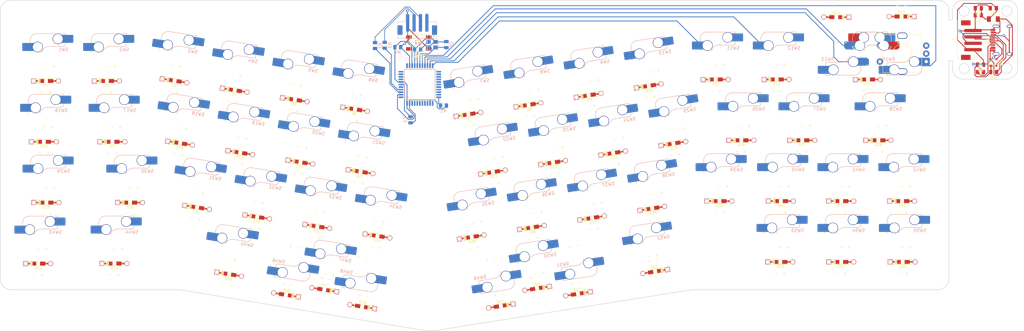
<source format=kicad_pcb>
(kicad_pcb (version 20221018) (generator pcbnew)
  (layers (0 "F.Cu" signal) (31 "B.Cu" signal) (34 "B.Paste" user) (35 "F.Paste" user) (36 "B.SilkS" user "B.Silkscreen") (37 "F.SilkS" user "F.Silkscreen") (38 "B.Mask" user) (39 "F.Mask" user) (44 "Edge.Cuts" user))
  (net 0 "")
  (net 1 "Net-(U1-UCAP)")
  (net 2 "GND")
  (net 3 "5V")
  (net 4 "XTAL1")
  (net 5 "Net-(U1-XTAL2)")
  (net 6 "Net-(D1-A)")
  (net 7 "COL 14")
  (net 8 "Net-(D2-A)")
  (net 9 "Net-(D3-A)")
  (net 10 "Net-(D4-A)")
  (net 11 "Net-(D5-A)")
  (net 12 "Net-(D6-A)")
  (net 13 "Net-(D7-A)")
  (net 14 "Net-(D8-A)")
  (net 15 "Net-(D9-A)")
  (net 16 "Net-(D10-A)")
  (net 17 "Net-(D11-A)")
  (net 18 "Net-(D12-A)")
  (net 19 "Net-(D13-A)")
  (net 20 "Net-(D14-A)")
  (net 21 "Net-(D15-A)")
  (net 22 "Net-(D16-A)")
  (net 23 "ROW 1")
  (net 24 "Net-(D17-A)")
  (net 25 "Net-(D18-A)")
  (net 26 "Net-(D19-A)")
  (net 27 "Net-(D20-A)")
  (net 28 "Net-(D21-A)")
  (net 29 "Net-(D22-A)")
  (net 30 "Net-(D23-A)")
  (net 31 "Net-(D24-A)")
  (net 32 "Net-(D25-A)")
  (net 33 "Net-(D26-A)")
  (net 34 "Net-(D27-A)")
  (net 35 "Net-(D28-A)")
  (net 36 "Net-(D29-A)")
  (net 37 "ROW 2")
  (net 38 "Net-(D30-A)")
  (net 39 "Net-(D31-A)")
  (net 40 "Net-(D32-A)")
  (net 41 "Net-(D33-A)")
  (net 42 "Net-(D34-A)")
  (net 43 "Net-(D35-A)")
  (net 44 "Net-(D36-A)")
  (net 45 "Net-(D37-A)")
  (net 46 "Net-(D38-A)")
  (net 47 "Net-(D39-A)")
  (net 48 "Net-(D40-A)")
  (net 49 "Net-(D41-A)")
  (net 50 "Net-(D42-A)")
  (net 51 "Net-(D43-A)")
  (net 52 "ROW 3")
  (net 53 "Net-(D44-A)")
  (net 54 "Net-(D45-A)")
  (net 55 "Net-(D46-A)")
  (net 56 "Net-(D47-A)")
  (net 57 "Net-(D48-A)")
  (net 58 "Net-(D49-A)")
  (net 59 "Net-(D50-A)")
  (net 60 "Net-(D51-A)")
  (net 61 "Net-(D52-A)")
  (net 62 "Net-(D53-A)")
  (net 63 "Net-(D54-A)")
  (net 64 "Net-(D55-A)")
  (net 65 "VCC")
  (net 66 "Net-(U1-PE2)")
  (net 67 "Net-(U1-D-)")
  (net 68 "D-")
  (net 69 "Net-(U1-D+)")
  (net 70 "D+")
  (net 71 "Net-(U1-~{RESET})")
  (net 72 "RES1 A")
  (net 73 "RES1 B")
  (net 74 "COL 0")
  (net 75 "COL 1")
  (net 76 "COL 2")
  (net 77 "COL 3")
  (net 78 "COL 4")
  (net 79 "COL 5")
  (net 80 "COL 6")
  (net 81 "COL 7")
  (net 82 "COL 8")
  (net 83 "COL 9")
  (net 84 "COL 10")
  (net 85 "COL 11")
  (net 86 "COL 12")
  (net 87 "COL 13")
  (net 93 "5V_DB")
  (net 94 "D+_DB")
  (net 95 "D-_DB")
  (net 96 "Net-(USB1-CC1)")
  (net 97 "Net-(USB1-CC2)")
  (net 100 "ROW 0")
  (footprint "marbastlib-mx:SW_MX_HS_1u" (layer "F.Cu") (at 289.382182 25.719933)
    (fp_text reference "SW13")
    (fp_text value "MX_SW_HS" hide)
  )
  (footprint "Keebio-Parts:breakaway-mousebites" (layer "F.Cu") (at 314.3 24.8 90)
    (fp_text reference "" hide)
    (fp_text value "" hide)
  )
  (footprint "Fuse:Fuse_1206_3216Metric" (layer "F.Cu") (at 327.4 14.9 180)
    (fp_text reference "F1")
    (fp_text value "500mA")
  )
  (footprint "Capacitor_SMD:C_0805_2012Metric" (layer "F.Cu") (at 323.4 29.2 180)
    (fp_text reference "C4")
    (fp_text value "0.1uF")
  )
  (footprint "Keebio-Parts:breakaway-mousebites" (layer "F.Cu") (at 314.3 18.45 90)
    (fp_text reference "" hide)
    (fp_text value "" hide)
  )
  (footprint "random-keyboard-parts:SKQG-1155865" (layer "F.Cu") (at 147.7 22.4)
    (fp_text reference "SW56")
    (fp_text value "SW_Push")
  )
  (footprint "Resistor_SMD:R_0805_2012Metric" (layer "F.Cu") (at 327.5 31.5 180)
    (fp_text reference "R6")
    (fp_text value "5.1k")
  )
  (footprint "Connector_JST:JST_PH_B4B-PH-SM4-TB_1x04-1MP_P2.00mm_Vertical" (layer "F.Cu") (at 320.54 21.495 90)
    (fp_text reference "J1")
    (fp_text value "JST_DB")
  )
  (footprint "Capacitor_SMD:C_0805_2012Metric" (layer "F.Cu") (at 322.7 13.7 180)
    (fp_text reference "C2")
    (fp_text value "0.1uF")
  )
  (footprint "Resistor_SMD:R_0805_2012Metric" (layer "F.Cu") (at 323.4 31.5)
    (fp_text reference "R5")
    (fp_text value "5.1k")
  )
  (footprint "random-keyboard-parts:SOT143B" (layer "F.Cu") (at 327.4 28.5 90)
    (fp_text reference "U2")
    (fp_text value "PRTR5V0U2X")
  )
  (footprint "Keebio-Parts:HRO-TYPE-C-31-M-12-Assembly" (layer "F.Cu") (at 335 21.495 90)
    (fp_text reference "USB1")
    (fp_text value "HRO-TYPE-C-31-M-12")
  )
  (footprint "Capacitor_SMD:C_0805_2012Metric" (layer "F.Cu") (at 322.7 11.5 180)
    (fp_text reference "C3")
    (fp_text value "10uF")
  )
  (footprint "Capacitor_SMD:C_0805_2012Metric" (layer "F.Cu") (at 327.4 11.5 180)
    (fp_text reference "C5")
    (fp_text value "0.1uF")
  )
  (footprint "Keebio-Parts:RotaryEncoder_EC11" (layer "F.Cu") (at 298.907182 25.719933 180)
    (fp_text reference "RES1")
    (fp_text value "RotaryEncoder_Switch")
  )
  (footprint "marbastlib-mx:SW_MX_HS_1u" (layer "B.Cu") (at 32.261824 26.184529 180)
    (fp_text reference "SW1")
    (fp_text value "MX_SW_HS" hide)
  )
  (footprint "marbastlib-mx:SW_MX_HS_1u" (layer "B.Cu") (at 51.311824 26.184529 180)
    (fp_text reference "SW2")
    (fp_text value "MX_SW_HS" hide)
  )
  (footprint "marbastlib-mx:SW_MX_HS_1u" (layer "B.Cu") (at 72.478397 26.110632 171)
    (fp_text reference "SW3")
    (fp_text value "MX_SW_HS" hide)
  )
  (footprint "marbastlib-mx:SW_MX_HS_1u" (layer "B.Cu") (at 91.29386 29.090708 171)
    (fp_text reference "SW4")
    (fp_text value "MX_SW_HS" hide)
  )
  (footprint "marbastlib-mx:SW_MX_HS_1u" (layer "B.Cu") (at 110.109323 32.070785 171)
    (fp_text reference "SW5")
    (fp_text value "MX_SW_HS" hide)
  )
  (footprint "marbastlib-mx:SW_MX_HS_1u" (layer "B.Cu") (at 128.924786 35.050861 171)
    (fp_text reference "SW6")
    (fp_text value "MX_SW_HS" hide)
  )
  (footprint "marbastlib-mx:SW_MX_HS_1u" (layer "B.Cu") (at 164.378055 36.650388 -171)
    (fp_text reference "SW7")
    (fp_text value "MX_SW_HS" hide)
  )
  (footprint "marbastlib-mx:SW_MX_HS_1u" (layer "B.Cu") (at 183.193518 33.670311 -171)
    (fp_text reference "SW8")
    (fp_text value "MX_SW_HS" hide)
  )
  (footprint "marbastlib-mx:SW_MX_HS_1u" (layer "B.Cu") (at 202.008979 30.690235 -171)
    (fp_text reference "SW9")
    (fp_text value "MX_SW_HS" hide)
  )
  (footprint "marbastlib-mx:SW_MX_HS_1u" (layer "B.Cu") (at 220.824442 27.710158 -171)
    (fp_text reference "SW10")
    (fp_text value "MX_SW_HS" hide)
  )
  (footprint "marbastlib-mx:SW_MX_HS_1u" (layer "B.Cu") (at 241.757182 25.719933 180)
    (fp_text reference "SW11")
    (fp_text value "MX_SW_HS" hide)
  )
  (footprint "marbastlib-mx:SW_MX_HS_1u" (layer "B.Cu") (at 260.807182 25.719933 180)
    (fp_text reference "SW12")
    (fp_text value "MX_SW_HS" hide)
  )
  (footprint "marbastlib-mx:SW_MX_HS_1u" (layer "B.Cu") (at 279.857182 25.719933)
    (fp_text reference "SW13")
    (fp_text value "MX_SW_HS" hide)
  )
  (footprint "marbastlib-mx:SW_MX_HS_1u" (layer "B.Cu") (at 298.907182 25.719933)
    (fp_text reference "SW15")
    (fp_text value "MX_SW_HS" hide)
  )
  (footprint "marbastlib-mx:SW_MX_HS_1u" (layer "B.Cu") (at 31.594825 45.23453 180)
    (fp_text reference "SW16")
    (fp_text value "MX_SW_HS" hide)
  )
  (footprint "marbastlib-mx:SW_MX_HS_1u" (layer "B.Cu") (at 53.026325 45.23453 180)
    (fp_text reference "SW17")
    (fp_text value "MX_SW_HS" hide)
  )
  (footprint "marbastlib-mx:SW_MX_HS_1u" (layer "B.Cu") (at 74.202186 45.671114 171)
    (fp_text reference "SW18")
    (fp_text value "MX_SW_HS" hide)
  )
  (footprint "marbastlib-mx:SW_MX_HS_1u" (layer "B.Cu") (at 93.017649 48.65119 171)
    (fp_text reference "SW19")
    (fp_text value "MX_SW_HS" hide)
  )
  (footprint "marbastlib-mx:SW_MX_HS_1u" (layer "B.Cu") (at 111.833112 51.631267 171)
    (fp_text reference "SW20")
    (fp_text value "MX_SW_HS" hide)
  )
  (footprint "marbastlib-mx:SW_MX_HS_1u" (layer "B.Cu") (at 130.648575 54.611344 171)
    (fp_text reference "SW21")
    (fp_text value "MX_SW_HS" hide)
  )
  (footprint "marbastlib-mx:SW_MX_HS_1u" (layer "B.Cu") (at 172.061998 54.720832 -171)
    (fp_text reference "SW22")
    (fp_text value "MX_SW_HS" hide)
  )
  (footprint "marbastlib-mx:SW_MX_HS_1u" (layer "B.Cu") (at 190.87746 51.740755 -171)
    (fp_text reference "SW23")
    (fp_text value "MX_SW_HS" hide)
  )
  (footprint "marbastlib-mx:SW_MX_HS_1u" (layer "B.Cu") (at 209.692923 48.760679 -171)
    (fp_text reference "SW24")
    (fp_text value "MX_SW_HS" hide)
  )
  (footprint "marbastlib-mx:SW_MX_HS_1u" (layer "B.Cu") (at 228.508386 45.780602 -171)
    (fp_text reference "SW25")
    (fp_text value "MX_SW_HS" hide)
  )
  (footprint "marbastlib-mx:SW_MX_HS_1u" (layer "B.Cu") (at 249.758182 44.769933 180)
    (fp_text reference "SW26")
    (fp_text value "MX_SW_HS" hide)
  )
  (footprint "marbastlib-mx:SW_MX_HS_1u" (layer "B.Cu") (at 268.808182 44.769933 180)
    (fp_text reference "SW27")
    (fp_text value "MX_SW_HS" hide)
  )
  (footprint "marbastlib-mx:SW_MX_HS_1u" (layer "B.Cu") (at 292.621182 44.769933 180)
    (fp_text reference "SW28")
    (fp_text value "MX_SW_HS" hide)
  )
  (footprint "marbastlib-mx:SW_MX_HS_1u" (layer "B.Cu") (at 32.357324 64.28453 180)
    (fp_text reference "SW29")
    (fp_text value "MX_SW_HS" hide)
  )
  (footprint "marbastlib-mx:SW_MX_HS_1u" (layer "B.Cu") (at 58.550825 64.28453 180)
    (fp_text reference "SW30")
    (fp_text value "MX_SW_HS" hide)
  )
  (footprint "marbastlib-mx:SW_MX_HS_1u" (layer "B.Cu") (at 79.500903 65.79781 171)
    (fp_text reference "SW31")
    (fp_text value "MX_SW_HS" hide)
  )
  (footprint "marbastlib-mx:SW_MX_HS_1u" (layer "B.Cu") (at 98.316366 68.777887 171)
    (fp_text reference "SW32")
    (fp_text value "MX_SW_HS" hide)
  )
  (footprint "marbastlib-mx:SW_MX_HS_1u" (layer "B.Cu") (at 117.131829 71.757964 171)
    (fp_text reference "SW33")
    (fp_text value "MX_SW_HS" hide)
  )
  (footprint "marbastlib-mx:SW_MX_HS_1u" (layer "B.Cu") (at 135.947292 74.73804 171)
    (fp_text reference "SW34")
    (fp_text value "MX_SW_HS" hide)
  )
  (footprint "marbastlib-mx:SW_MX_HS_1u" (layer "B.Cu") (at 165.446178 75.056134 -171)
    (fp_text reference "SW35")
    (fp_text value "MX_SW_HS" hide)
  )
  (footprint "marbastlib-mx:SW_MX_HS_1u" (layer "B.Cu") (at 184.261641 72.076057 -171)
    (fp_text reference "SW36")
    (fp_text value "MX_SW_HS" hide)
  )
  (footprint "marbastlib-mx:SW_MX_HS_1u" (layer "B.Cu") (at 203.077104 69.09598 -171)
    (fp_text reference "SW37")
    (fp_text value "MX_SW_HS" hide)
  )
  (footprint "marbastlib-mx:SW_MX_HS_1u" (layer "B.Cu") (at 221.892567 66.115904 -171)
    (fp_text reference "SW38")
    (fp_text value "MX_SW_HS" hide)
  )
  (footprint "marbastlib-mx:SW_MX_HS_1u" (layer "B.Cu") (at 242.900182 63.819933 180)
    (fp_text reference "SW39")
    (fp_text value "MX_SW_HS" hide)
  )
  (footprint "marbastlib-mx:SW_MX_HS_1u" (layer "B.Cu") (at 262.140682 63.819933 180)
    (fp_text reference "SW40")
    (fp_text value "MX_SW_HS" hide)
  )
  (footprint "marbastlib-mx:SW_MX_HS_1u" (layer "B.Cu") (at 281.000182 63.819933 180)
    (fp_text reference "SW41")
    (fp_text value "MX_SW_HS" hide)
  )
  (footprint "marbastlib-mx:SW_MX_HS_1u" (layer "B.Cu") (at 300.050182 63.819933 180)
    (fp_text reference "SW42")
    (fp_text value "MX_SW_HS" hide)
  )
  (footprint "marbastlib-mx:SW_MX_HS_1u" (layer "B.Cu") (at 29.8 83.4 180)
    (fp_text reference "SW43")
    (fp_text value "MX_SW_HS" hide)
  )
  (footprint "marbastlib-mx:SW_MX_HS_1u" (layer "B.Cu") (at 53.6575 83.38 180)
    (fp_text reference "SW44")
    (fp_text value "MX_SW_HS" hide)
  )
  (footprint "marbastlib-mx:SW_MX_HS_1u" (layer "B.Cu") (at 89.482543 86.620113 171)
    (fp_text reference "SW45")
    (fp_text value "MX_SW_HS" hide)
  )
  (footprint "marbastlib-mx:SW_MX_HS_1u" (layer "B.Cu") (at 108.318969 89.649603 -9)
    (fp_text reference "SW46")
    (fp_text value "MX_SW_HS" hide)
  )
  (footprint "marbastlib-mx:SW_MX_HS_1u" (layer "B.Cu") (at 129.486118 93.00215 -9)
    (fp_text reference "SW48")
    (fp_text value "MX_SW_HS" hide)
  )
  (footprint "marbastlib-mx:SW_MX_HS_1u" (layer "B.Cu") (at 170.777951 93.499126 9)
    (fp_text reference "SW49")
    (fp_text value "MX_SW_HS" hide)
  )
  (footprint "marbastlib-mx:SW_MX_HS_1u" (layer "B.Cu") (at 196.649953 89.401403 9)
    (fp_text reference "SW51")
    (fp_text value "MX_SW_HS" hide)
  )
  (footprint "marbastlib-mx:SW_MX_HS_1u" (layer "B.Cu") (at 261.950182 82.869933 180)
    (fp_text reference "SW53")
    (fp_text value "MX_SW_HS" hide)
  )
  (footprint "marbastlib-mx:SW_MX_HS_1u" (layer "B.Cu") (at 281.000182 82.869933 180)
    (fp_text reference "SW54")
    (fp_text value "MX_SW_HS" hide)
  )
  (footprint "marbastlib-mx:SW_MX_HS_1u" (layer "B.Cu") (at 300.240682 82.869933 180)
    (fp_text reference "SW55")
    (fp_text value "MX_SW_HS" hide)
  )
  (footprint "Capacitor_SMD:C_0805_2012Metric" (layer "B.Cu") (at 145.1 46.45 -90)
    (fp_text reference "C1")
    (fp_text value "1uF")
  )
  (footprint "Resistor_SMD:R_0805_2012Metric" (layer "B.Cu") (at 134 23.2 90)
    (fp_text reference "R2")
    (fp_text value "22")
  )
  (footprint "Keebio-Parts:Diode-Hybrid-Back" (layer "B.Cu") (at 78.307043 73.907102 171)
    (fp_text reference "D31")
    (fp_text value "D_Small" hide)
  )
  (footprint "Keebio-Parts:Diode-Hybrid-Back" (layer "B.Cu") (at 248.564322 52.879225 180)
    (fp_text reference "D26")
    (fp_text value "D_Small" hide)
  )
  (footprint "Keebio-Parts:Diode-Hybrid-Back" (layer "B.Cu") (at 298.856322 71.929225 180)
    (fp_text reference "D42")
    (fp_text value "D_Small" hide)
  )
  (footprint "Keebio-Parts:Diode-Hybrid-Back" (layer "B.Cu") (at 50.117964 34.293821 180)
    (fp_text reference "D2")
    (fp_text value "D_Small" hide)
  )
  (footprint "Keebio-Parts:Diode-Hybrid-Back" (layer "B.Cu") (at 201.883244 77.205272 -171)
    (fp_text reference "D37")
    (fp_text value "D_Small" hide)
  )
  (footprint "Keebio-Parts:Diode-Hybrid-Back" (layer "B.Cu") (at 52.46364 91.489292 180)
    (fp_text reference "D44")
    (fp_text value "D_Small" hide)
  )
  (footprint "Resistor_SMD:R_0805_2012Metric" (layer "B.Cu") (at 141.1 23.7)
    (fp_text reference "R4")
    (fp_text value "10K")
  )
  (footprint "Keebio-Parts:Diode-Hybrid-Back" (layer "B.Cu") (at 31.067964 34.293821 180)
    (fp_text reference "D1")
    (fp_text value "D_Small" hide)
  )
  (footprint "Keebio-Parts:Diode-Hybrid-Back" (layer "B.Cu") (at 267.614322 52.879225 180)
    (fp_text reference "D27")
    (fp_text value "D_Small" hide)
  )
  (footprint "Keebio-Parts:Diode-Hybrid-Back" (layer "B.Cu") (at 129.963093 104.996015 -9)
    (fp_text reference "D48")
    (fp_text value "D_Small" hide)
  )
  (footprint "Keebio-Parts:Diode-Hybrid-Back" (layer "B.Cu") (at 298.7 14.1)
    (fp_text reference "D15")
    (fp_text value "D_Small" hide)
  )
  (footprint "Keebio-Parts:Diode-Hybrid-Back" (layer "B.Cu") (at 221.615 93.98 9)
    (fp_text reference "D52")
    (fp_text value "D_Small" hide)
  )
  (footprint "Keebio-Parts:Diode-Hybrid-Back" (layer "B.Cu") (at 259.613322 33.829225 180)
    (fp_text reference "D12")
    (fp_text value "D_Small" hide)
  )
  (footprint "Keebio-Parts:Diode-Hybrid-Back" (layer "B.Cu") (at 208.499063 56.869971 -171)
    (fp_text reference "D24")
    (fp_text value "D_Small" hide)
  )
  (footprint "Keebio-Parts:Diode-Hybrid-Back" (layer "B.Cu") (at 291.427322 52.879225 180)
    (fp_text reference "D28")
    (fp_text value "D_Small" hide)
  )
  (footprint "Keebio-Parts:ATMEGA32U4-AU" (layer "B.Cu") (at 148 35.4)
    (fp_text reference "U1")
    (fp_text value "ATMEGA32U4-AU")
  )
  (footprint "Keebio-Parts:Diode-Hybrid-Back" (layer "B.Cu") (at 57.356965 72.393822 180)
    (fp_text reference "D30")
    (fp_text value "D_Small" hide)
  )
  (footprint "Keebio-Parts:Diode-Hybrid-Back" (layer "B.Cu") (at 183.067781 80.185349 -171)
    (fp_text reference "D36")
    (fp_text value "D_Small" hide)
  )
  (footprint "Resistor_SMD:R_0805_2012Metric" (layer "B.Cu") (at 137 23.1 90)
    (fp_text reference "R3")
    (fp_text value "22")
  )
  (footprint "Keebio-Parts:Diode-Hybrid-Back" (layer "B.Cu") (at 129.454715 62.720636 171)
    (fp_text reference "D21")
    (fp_text value "D_Small" hide)
  )
  (footprint "Connector_JST:JST_PH_B4B-PH-SM4-TB_1x04-1MP_P2.00mm_Vertical" (layer "B.Cu") (at 147.2 16.6)
    (fp_text reference "J2")
    (fp_text value "JST_PCB")
  )
  (footprint "Keebio-Parts:Diode-Hybrid-Back" (layer "B.Cu") (at 164.252318 83.165426 -171)
    (fp_text reference "D35")
    (fp_text value "D_Small" hide)
  )
  (footprint "marbastlib-mx:SW_MX_HS_1u" (layer "B.Cu") (at 120.152987 91.512111 171)
    (fp_text reference "SW47")
    (fp_text value "MX_SW_HS" hide)
  )
  (footprint "marbastlib-mx:SW_MX_HS_1u" (layer "B.Cu") (at 184.867114 91.276835 -171)
    (fp_text reference "SW50")
    (fp_text value "MX_SW_HS" hide)
  )
  (footprint "Keebio-Parts:Diode-Hybrid-Back" (layer "B.Cu") (at 220.698707 74.225196 -171)
    (fp_text reference "D38")
    (fp_text value "D_Small" hide)
  )
  (footprint "Keebio-Parts:Diode-Hybrid-Back" (layer "B.Cu") (at 73.008326 53.780406 171)
    (fp_text reference "D18")
    (fp_text value "D_Small" hide)
  )
  (footprint "Keebio-Parts:Diode-Hybrid-Back" (layer "B.Cu") (at 173.355 104.775 9)
    (fp_text reference "D49")
    (fp_text value "D_Small" hide)
  )
  (footprint "Keebio-Parts:Diode-Hybrid-Back" (layer "B.Cu") (at 181.999658 41.779603 -171)
    (fp_text reference "D8")
    (fp_text value "D_Small" hide)
  )
  (footprint "Keebio-Parts:Diode-Hybrid-Back" (layer "B.Cu") (at 260.756322 90.979225 180)
    (fp_text reference "D53")
    (fp_text value "D_Small" hide)
  )
  (footprint "Keebio-Parts:Diode-Hybrid-Back" (layer "B.Cu") (at 200.815119 38.799527 -171)
    (fp_text reference "D9")
    (fp_text value "D_Small" hide)
  )
  (footprint "Keebio-Parts:Diode-Hybrid-Back" (layer "B.Cu") (at 299.046822 90.979225 180)
    (fp_text reference "D55")
    (fp_text value "D_Small" hide)
  )
  (footprint "Keebio-Parts:Diode-Hybrid-Back" (layer "B.Cu") (at 197.485 100.965 9)
    (fp_text reference "D51")
    (fp_text value "D_Small" hide)
  )
  (footprint "Keebio-Parts:Diode-Hybrid-Back" (layer "B.Cu") (at 31.163464 72.393822 180)
    (fp_text reference "D29")
    (fp_text value "D_Small" hide)
  )
  (footprint "Crystal:Crystal_SMD_3225-4Pin_3.2x2.5mm" (layer "B.Cu") (at 151.8 22.9 180)
    (fp_text reference "Y1")
    (fp_text value "16MHz")
  )
  (footprint "Keebio-Parts:Diode-Hybrid-Back" (layer "B.Cu") (at 28.60614 91.509292 180)
    (fp_text reference "D43")
    (fp_text value "D_Small" hide)
  )
  (footprint "Capacitor_SMD:C_0805_2012Metric" (layer "B.Cu") (at 156.3 22.9 90)
    (fp_text reference "C6")
    (fp_text value "22pF")
  )
  (footprint "Keebio-Parts:Diode-Hybrid-Back" (layer "B.Cu") (at 51.832465 53.343822 180)
    (fp_text reference "D17")
    (fp_text value "D_Small" hide)
  )
  (footprint "Keebio-Parts:Diode-Hybrid-Back" (layer "B.Cu") (at 71.284537 34.219924 171)
    (fp_text reference "D3")
    (fp_text value "D_Small" hide)
  )
  (footprint "Keebio-Parts:Diode-Hybrid-Back" (layer "B.Cu") (at 288.188322 33.829225 180)
    (fp_text reference "D14")
    (fp_text value "D_Small" hide)
  )
  (footprint "Keebio-Parts:Diode-Hybrid-Back" (layer "B.Cu") (at 127.730926 43.160153 171)
    (fp_text reference "D6")
    (fp_text value "D_Small" hide)
  )
  (footprint "Keebio-Parts:Diode-Hybrid-Back" (layer "B.Cu") (at 240.563322 33.829225 180)
    (fp_text reference "D11")
    (fp_text value "D_Small" hide)
  )
  (footprint "Keebio-Parts:Diode-Hybrid-Back" (layer "B.Cu") (at 90.1 37.2 171)
    (fp_text reference "D4")
    (fp_text value "D_Small" hide)
  )
  (footprint "Keebio-Parts:Diode-Hybrid-Back" (layer "B.Cu") (at 134.753432 82.847332 171)
    (fp_text reference "D34")
    (fp_text value "D_Small" hide)
  )
  (footprint "Keebio-Parts:Diode-Hybrid-Back" (layer "B.Cu") (at 110.639252 59.740559 171)
    (fp_text reference "D20")
    (fp_text value "D_Small" hide)
  )
  (footprint "Keebio-Parts:Diode-Hybrid-Back" (layer "B.Cu") (at 163.184195 44.75968 -171)
    (fp_text reference "D7")
    (fp_text value "D_Small" hide)
  )
  (footprint "Keebio-Parts:Diode-Hybrid-Back" (layer "B.Cu") (at 108.915463 40.180077 171)
    (fp_text reference "D5")
    (fp_text value "D_Small" hide)
  )
  (footprint "Keebio-Parts:Diode-Hybrid-Back" (layer "B.Cu") (at 279.806322 90.979225 180)
    (fp_text reference "D54")
    (fp_text value "D_Small" hide)
  )
  (footprint "Keebio-Parts:Diode-Hybrid-Back" (layer "B.Cu") (at 118.11 99.695 -9)
    (fp_text reference "D47")
    (fp_text value "D_Small" hide)
  )
  (footprint "Keebio-Parts:Diode-Hybrid-Back" (layer "B.Cu") (at 106.136907 101.303985 -9)
    (fp_text reference "D46")
    (fp_text value "D_Small" hide)
  )
  (footprint "Keebio-Parts:Diode-Hybrid-Back" (layer "B.Cu") (at 184.672236 99.279008 9)
    (fp_text reference "D50")
    (fp_text value "D_Small" hide)
  )
  (footprint "Keebio-Parts:Diode-Hybrid-Back" (layer "B.Cu") (at 260.946822 71.929225 180)
    (fp_text reference "D40")
    (fp_text value "D_Small" hide)
  )
  (footprint "Resistor_SMD:R_0805_2012Metric" (layer "B.Cu") (at 155.4 42)
    (fp_text reference "R1")
    (fp_text value "10K")
  )
  (footprint "Keebio-Parts:Diode-Hybrid-Back" (layer "B.Cu") (at 115.937969 79.867256 171)
    (fp_text reference "D33")
    (fp_text value "D_Small" hide)
  )
  (footprint "Keebio-Parts:Diode-Hybrid-Back" (layer "B.Cu") (at 241.706322 71.929225 180)
    (fp_text reference "D39")
    (fp_text value "D_Small" hide)
  )
  (footprint "Keebio-Parts:Diode-Hybrid-Back" (layer "B.Cu") (at 91.823789 56.760482 171)
    (fp_text reference "D19")
    (fp_text value "D_Small" hide)
  )
  (footprint "Keebio-Parts:Diode-Hybrid-Back" (layer "B.Cu") (at 170.868138 62.830124 -171)
    (fp_text reference "D22")
    (fp_text value "D_Small" hide)
  )
  (footprint "Keebio-Parts:Diode-Hybrid-Back" (layer "B.Cu") (at 97.122506 76.887179 171)
    (fp_text reference "D32")
    (fp_text value "D_Small" hide)
  )
  (footprint "Keebio-Parts:Diode-Hybrid-Back" (layer "B.Cu") (at 227.314526 53.889894 -171)
    (fp_text reference "D25")
    (fp_text value "D_Small" hide)
  )
  (footprint "Capacitor_SMD:C_0805_2012Metric" (layer "B.Cu") (at 147.3 24.5 180)
    (fp_text reference "C7")
    (fp_text value "22pF")
  )
  (footprint "Keebio-Parts:Diode-Hybrid-Back" (layer "B.Cu") (at 278.29 14.3)
    (fp_text reference "D13")
    (fp_text value "D_Small" hide)
  )
  (footprint "marbastlib-mx:SW_MX_HS_1u" (layer "B.Cu") (at 289.382182 25.719933 180)
    (fp_text reference "SW14")
    (fp_text value "MX_SW_HS" hide)
  )
  (footprint "Keebio-Parts:Diode-Hybrid-Back" (layer "B.Cu") (at 88.377764 94.834008 171)
    (fp_text reference "D45")
    (fp_text value "D_Small" hide)
  )
  (footprint "Keebio-Parts:Diode-Hybrid-Back" (layer "B.Cu") (at 279.806322 71.929225 180)
    (fp_text reference "D41")
    (fp_text value "D_Small" hide)
  )
  (footprint "marbastlib-mx:SW_MX_HS_1u" (layer "B.Cu") (at 220.288255 85.687355 -171)
    (fp_text reference "SW52")
    (fp_text value "MX_SW_HS" hide)
  )
  (footprint "Keebio-Parts:Diode-Hybrid-Back" (layer "B.Cu") (at 30.400965 53.343822 180)
    (fp_text reference "D16")
    (fp_text value "D_Small" hide)
  )
  (footprint "Keebio-Parts:Diode-Hybrid-Back" (layer "B.Cu") (at 189.6836 59.850047 -171)
    (fp_text reference "D23")
    (fp_text value "D_Small" hide)
  )
  (footprint "Keebio-Parts:Diode-Hybrid-Back" (layer "B.Cu") (at 219.630582 35.81945 -171)
    (fp_text reference "D10")
    (fp_text value "D_Small" hide)
  )
  (gr_line (start 235 99.686447) (end 310.123738 99.686447) (stroke (width 0.15)) (layer "Edge.Cuts"))
  (gr_line (start 313.5 12.374301) (end 313.493416 15.18) (stroke (width 0.15)) (layer "Edge.Cuts"))
  (gr_line (start 331.61557 9.025699) (end 317.976262 9.025699) (stroke (width 0.15)) (layer "Edge.Cuts"))
  (gr_line (start 334.991832 12.4) (end 334.991832 30.349998) (stroke (width 0.15)) (layer "Edge.Cuts"))
  (gr_arc (start 154.847764 112.150946) (mid 151.369878 112.51137) (end 147.885989 112.214532) (stroke (width 0.15)) (layer "Edge.Cuts"))
  (gr_line (start 313.493416 15.18) (end 314.6 15.18) (stroke (width 0.15)) (layer "Edge.Cuts"))
  (gr_line (start 76.6 100.312146) (end 147.885989 112.214532) (stroke (width 0.15)) (layer "Edge.Cuts"))
  (gr_circle (center 318.284534 30.352003) (end 319.884534 30.352003) (stroke (width 0.15)) (fill none) (layer "Edge.Cuts"))
  (gr_line (start 154.847764 112.150946) (end 229.221774 100.309525) (stroke (width 0.15)) (layer "Edge.Cuts"))
  (gr_arc (start 70.821774 99.689068) (mid 73.726366 99.857059) (end 76.6 100.312146) (stroke (width 0.15)) (layer "Edge.Cuts"))
  (gr_arc (start 16.747476 12.374301) (mid 17.735884 9.987021) (end 20.123738 9) (stroke (width 0.15)) (layer "Edge.Cuts"))
  (gr_arc (start 317.976262 33.724299) (mid 315.588426 32.737264) (end 314.6 30.349998) (stroke (width 0.15)) (layer "Edge.Cuts"))
  (gr_arc (start 313.5 96.312146) (mid 312.511583 98.699416) (end 310.123738 99.686447) (stroke (width 0.15)) (layer "Edge.Cuts"))
  (gr_arc (start 310.123738 9) (mid 312.511585 9.987029) (end 313.5 12.374301) (stroke (width 0.15)) (layer "Edge.Cuts"))
  (gr_line (start 317.976262 33.724299) (end 331.61557 33.724299) (stroke (width 0.15)) (layer "Edge.Cuts"))
  (gr_line (start 16.747476 12.374301) (end 16.747476 96.312146) (stroke (width 0.15)) (layer "Edge.Cuts"))
  (gr_arc (start 20.121777 99.688408) (mid 17.734499 98.699999) (end 16.747476 96.312146) (stroke (width 0.15)) (layer "Edge.Cuts"))
  (gr_line (start 20.123738 9) (end 310.123738 9) (stroke (width 0.15)) (layer "Edge.Cuts"))
  (gr_arc (start 331.61557 9.025699) (mid 334.003406 10.012734) (end 334.991832 12.4) (stroke (width 0.15)) (layer "Edge.Cuts"))
  (gr_line (start 314.6 15.18) (end 314.6 12.4) (stroke (width 0.15)) (layer "Edge.Cuts"))
  (gr_arc (start 229.221774 100.309525) (mid 232.095408 99.854441) (end 235 99.686447) (stroke (width 0.15)) (layer "Edge.Cuts"))
  (gr_line (start 313.5 27.9) (end 314.606584 27.9) (stroke (width 0.15)) (layer "Edge.Cuts"))
  (gr_line (start 314.606584 27.9) (end 314.6 30.349998) (stroke (width 0.15)) (layer "Edge.Cuts"))
  (gr_line (start 313.5 27.9) (end 313.5 96.312146) (stroke (width 0.15)) (layer "Edge.Cuts"))
  (gr_line (start 20.121777 99.688408) (end 70.821777 99.688408) (stroke (width 0.15)) (layer "Edge.Cuts"))
  (gr_circle (center 318.284534 12.397995) (end 319.884534 12.397995) (stroke (width 0.15)) (fill none) (layer "Edge.Cuts"))
  (gr_arc (start 334.991832 30.349998) (mid 334.003417 32.737275) (end 331.61557 33.724299) (stroke (width 0.15)) (layer "Edge.Cuts"))
  (gr_circle (center 331.619534 12.397995) (end 333.219534 12.397995) (stroke (width 0.15)) (fill none) (layer "Edge.Cuts"))
  (gr_arc (start 314.6 12.4) (mid 315.588416 10.012724) (end 317.976262 9.025699) (stroke (width 0.15)) (layer "Edge.Cuts"))
  (gr_circle (center 331.619534 30.352003) (end 333.219534 30.352003) (stroke (width 0.15)) (fill none) (layer "Edge.Cuts"))
  (segment (start 143.175 43.575) (end 143.175 35.625) (width 0.25) (layer "B.Cu") (net 1))
  (segment (start 143.175 35.625) (end 142.95 35.4) (width 0.25) (layer "B.Cu") (net 1))
  (segment (start 142.95 35.4) (end 142.1 35.4) (width 0.25) (layer "B.Cu") (net 1))
  (segment (start 145.1 45.5) (end 143.175 43.575) (width 0.25) (layer "B.Cu") (net 1))
  (segment (start 326.5875 31.5) (end 325.1125 32.975) (width 0.25) (layer "F.Cu") (net 2))
  (segment (start 327.305 24.9) (end 328.22 25.815) (width 0.25) (layer "F.Cu") (net 2))
  (segment (start 332.4 25.815) (end 332.4 17.175) (width 0.25) (layer "F.Cu") (net 2))
  (segment (start 150.8 24.25) (end 144.1 17.55) (width 0.25) (layer "F.Cu") (net 2))
  (segment (start 321.04 18.495) (end 321.75 17.785) (width 0.25) (layer "F.Cu") (net 2))
  (segment (start 328.22 25.815) (end 328.22 26.243883) (width 0.25) (layer "F.Cu") (net 2))
  (segment (start 325.4 10.45) (end 326.45 11.5) (width 0.25) (layer "F.Cu") (net 2))
  (segment (start 328.22 26.243883) (end 327.471622 26.992261) (width 0.25) (layer "F.Cu") (net 2))
  (segment (start 332.4 25.815) (end 332.4 21.8) (width 0.25) (layer "F.Cu") (net 2))
  (segment (start 321.65 32.45) (end 321.65 30) (width 0.25) (layer "F.Cu") (net 2))
  (segment (start 321.75 17.785) (end 321.75 13.7) (width 0.25) (layer "F.Cu") (net 2))
  (segment (start 316.9 18.6) (end 320.935 18.6) (width 0.25) (layer "F.Cu") (net 2))
  (segment (start 327.305 18.09) (end 328.22 17.175) (width 0.25) (layer "F.Cu") (net 2))
  (segment (start 322.45 29.6375) (end 324.3125 31.5) (width 0.25) (layer "F.Cu") (net 2))
  (segment (start 326.65 29.5) (end 326.65 31.4375) (width 0.25) (layer "F.Cu") (net 2))
  (segment (start 327.305 24.72) (end 327.305 24.9) (width 0.25) (layer "F.Cu") (net 2))
  (segment (start 321.75 13.7) (end 321.75 11.5) (width 0.25) (layer "F.Cu") (net 2))
  (segment (start 321.04 18.495) (end 321.265 18.27) (width 0.25) (layer "F.Cu") (net 2))
  (segment (start 321.75 11.5) (end 322.8 10.45) (width 0.25) (layer "F.Cu") (net 2))
  (segment (start 332.4 21.8) (end 330.7 20.1) (width 0.25) (layer "F.Cu") (net 2))
  (segment (start 321.265 18.27) (end 327.305 18.27) (width 0.25) (layer "F.Cu") (net 2))
  (segment (start 326.65 31.4375) (end 326.5875 31.5) (width 0.25) (layer "F.Cu") (net 2))
  (segment (start 322.45 29.2) (end 322.45 29.6375) (width 0.25) (layer "F.Cu") (net 2))
  (segment (start 321.65 30) (end 322.45 29.2) (width 0.25) (layer "F.Cu") (net 2))
  (segment (start 322.175 32.975) (end 321.65 32.45) (width 0.25) (layer "F.Cu") (net 2))
  (segment (start 144.1 17.55) (end 144.1 12.3) (width 0.25) (layer "F.Cu") (net 2))
  (segment (start 320.935 18.6) (end 321.04 18.495) (width 0.25) (layer "F.Cu") (net 2))
  (segment (start 321.1 29) (end 322.25 29) (width 0.25) (layer "F.Cu") (net 2))
  (segment (start 325.1125 32.975) (end 322.175 32.975) (width 0.25) (layer "F.Cu") (net 2))
  (segment (start 327.305 18.27) (end 327.305 18.09) (width 0.25) (layer "F.Cu") (net 2))
  (segment (start 322.25 29) (end 322.45 29.2) (width 0.25) (layer "F.Cu") (net 2))
  (segment (start 322.8 10.45) (end 325.4 10.45) (width 0.25) (layer "F.Cu") (net 2))
  (via (at 330.7 20.1) (size 0.8) (drill 0.4) (layers "F.Cu" "B.Cu") (net 2))
  (via (at 327.471622 26.992261) (size 0.8) (drill 0.4) (layers "F.Cu" "B.Cu") (net 2))
  (via (at 321.1 29) (size 0.8) (drill 0.4) (layers "F.Cu" "B.Cu") (net 2))
  (via (at 144.1 12.3) (size 0.8) (drill 0.4) (layers "F.Cu" "B.Cu") (net 2))
  (via (at 316.9 18.6) (size 0.8) (drill 0.4) (layers "F.Cu" "B.Cu") (net 2))
  (segment (start 153.986827 43.025) (end 155.2875 43.025) (width 0.25) (layer "B.Cu") (net 2))
  (segment (start 318.4 20.1) (end 316.9 18.6) (width 0.25) (layer "B.Cu") (net 2))
  (segment (start 153.45 41.1) (end 153.45 42.488173) (width 0.25) (layer "B.Cu") (net 2))
  (segment (start 146.711827 24.5) (end 146.35 24.5) (width 0.25) (layer "B.Cu") (net 2))
  (segment (start 144.2 16.1) (end 144.2 21.663605) (width 0.25) (layer "B.Cu") (net 2))
  (segment (start 151.975 21.125) (end 152.9 22.05) (width 0.25) (layer "B.Cu") (net 2))
  (segment (start 146.35 23.813605) (end 146.35 24.5) (width 0.25) (layer "B.Cu") (net 2))
  (segment (start 151.2 41.3) (end 151.2 40.3) (width 0.25) (layer "B.Cu") (net 2))
  (segment (start 145.9 47.4) (end 145.1 47.4) (width 0.25) (layer "B.Cu") (net 2))
  (segment (start 151.2 40.3) (end 151.275 40.225) (width 0.25) (layer "B.Cu") (net 2))
  (segment (start 144.8 41.3) (end 144.8 40.3) (width 0.25) (layer "B.Cu") (net 2))
  (segment (start 144.1 16) (end 144.2 16.1) (width 0.25) (layer "B.Cu") (net 2))
  (segment (start 152.9 22.05) (end 156.2 22.05) (width 0.25) (layer "B.Cu") (net 2))
  (segment (start 325.463883 29) (end 321.1 29) (width 0.25) (layer "B.Cu") (net 2))
  (segment (start 152.5 22.05) (end 152.9 22.05) (width 0.25) (layer "B.Cu") (net 2))
  (segment (start 155.2875 43.025) (end 156.3125 42) (width 0.25) (layer "B.Cu") (net 2))
  (segment (start 146.6 44.825431) (end 146.6 46.7) (width 0.25) (layer "B.Cu") (net 2))
  (segment (start 146.4 24.55) (end 146.35 24.5) (width 0.25) (layer "B.Cu") (net 2))
  (segment (start 146.6 46.7) (end 145.9 47.4) (width 0.25) (layer "B.Cu") (net 2))
  (segment (start 144.1 12.3) (end 144.1 16) (width 0.25) (layer "B.Cu") (net 2))
  (segment (start 156.2 22.05) (end 156.3 21.95) (width 0.25) (layer "B.Cu") (net 2))
  (segment (start 146.4 29.5) (end 146.4 24.55) (width 0.25) (layer "B.Cu") (net 2))
  (segment (start 144.8 41.3) (end 144.8 43.025431) (width 0.25) (layer "B.Cu") (net 2))
  (segment (start 144.8 43.025431) (end 146.6 44.825431) (width 0.25) (layer "B.Cu") (net 2))
  (segment (start 151.025 40.225) (end 151.2 40.4) (width 0.25) (layer "B.Cu") (net 2))
  (segment (start 144.2 21.663605) (end 146.35 23.813605) (width 0.25) (layer "B.Cu") (net 2))
  (segment (start 152.575 40.225) (end 153.45 41.1) (width 0.25) (layer "B.Cu") (net 2))
  (segment (start 146.35 24.5) (end 146.35 24.45) (width 0.25) (layer "B.Cu") (net 2))
  (segment (start 149.675 21.125) (end 151.975 21.125) (width 0.25) (layer "B.Cu") (net 2))
  (segment (start 327.471622 26.992261) (end 325.463883 29) (width 0.25) (layer "B.Cu") (net 2))
  (segment (start 146.35 24.45) (end 149.675 21.125) (width 0.25) (layer "B.Cu") (net 2))
  (segment (start 151.275 40.225) (end 152.575 40.225) (width 0.25) (layer "B.Cu") (net 2))
  (segment (start 150.8 23.75) (end 152.5 22.05) (width 0.25) (layer "B.Cu") (net 2))
  (segment (start 144.875 40.225) (end 151.025 40.225) (width 0.25) (layer "B.Cu") (net 2))
  (segment (start 144.8 40.3) (end 144.875 40.225) (width 0.25) (layer "B.Cu") (net 2))
  (segment (start 150.7 23.75) (end 150.8 23.75) (width 0.25) (layer "B.Cu") (net 2))
  (segment (start 153.45 42.488173) (end 153.986827 43.025) (width 0.25) (layer "B.Cu") (net 2))
  (segment (start 151.2 40.4) (end 151.2 41.3) (width 0.25) (layer "B.Cu") (net 2))
  (segment (start 330.7 20.1) (end 318.4 20.1) (width 0.25) (layer "B.Cu") (net 2))
  (segment (start 142.1 34.6) (end 141.1 34.6) (width 0.25) (layer "B.Cu") (net 3))
  (segment (start 141 42.938173) (end 141 38.7) (width 0.25) (layer "B.Cu") (net 3))
  (segment (start 144 41.3) (end 144 42.861827) (width 0.25) (layer "B.Cu") (net 3))
  (segment (start 150.2 13.2) (end 150.2 16.1) (width 0.25) (layer "B.Cu") (net 3))
  (segment (start 141.1 38.6) (end 142.1 38.6) (width 0.25) (layer "B.Cu") (net 3))
  (segment (start 143.1 34.6) (end 144 35.5) (width 0.25) (layer "B.Cu") (net 3))
  (segment (start 142.1 34.6) (end 142.95 34.6) (width 0.25) (layer "B.Cu") (net 3))
  (segment (start 142.1 34.6) (end 143.1 34.6) (width 0.25) (layer "B.Cu") (net 3))
  (segment (start 142.0125 21.875) (end 143.774999 21.875) (width 0.25) (layer "B.Cu") (net 3))
  (segment (start 146.15 45.011827) (end 146.15 45.988173) (width 0.25) (layer "B.Cu") (net 3))
  (segment (start 140.1875 23.7) (end 142.0125 21.875) (width 0.25) (layer "B.Cu") (net 3))
  (segment (start 144 35.5) (end 144 41.3) (width 0.25) (layer "B.Cu") (net 3))
  (segment (start 145.5 29.4) (end 145.6 29.5) (width 0.25) (layer "B.Cu") (net 3))
  (segment (start 140.1875 33.6875) (end 140.1875 23.7) (width 0.25) (layer "B.Cu") (net 3))
  (segment (start 146.15 45.988173) (end 145.813173 46.325) (width 0.25) (layer "B.Cu") (net 3))
  (segment (start 141 38.7) (end 141.1 38.6) (width 0.25) (layer "B.Cu") (net 3))
  (segment (start 141.1 34.6) (end 140.1875 33.6875) (width 0.25) (layer "B.Cu") (net 3))
  (segment (start 144.386827 46.325) (end 141 42.938173) (width 0.25) (layer "B.Cu") (net 3))
  (segment (start 145.5 23.600001) (end 145.5 29.4) (width 0.25) (layer "B.Cu") (net 3))
  (segment (start 145.813173 46.325) (end 144.386827 46.325) (width 0.25) (layer "B.Cu") (net 3))
  (segment (start 143.774999 21.875) (end 145.5 23.600001) (width 0.25) (layer "B.Cu") (net 3))
  (segment (start 144 42.861827) (end 146.15 45.011827) (width 0.25) (layer "B.Cu") (net 3))
  (segment (start 152.9 23.75) (end 150.85 25.8) (width 0.25) (layer "B.Cu") (net 4))
  (segment (start 156.2 23.75) (end 156.3 23.85) (width 0.25) (layer "B.Cu") (net 4))
  (segment (start 150.85 25.8) (end 148.1 25.8) (width 0.25) (layer "B.Cu") (net 4))
  (segment (start 152.9 23.75) (end 156.2 23.75) (width 0.25) (layer "B.Cu") (net 4))
  (segment (start 148.1 25.8) (end 148 25.9) (width 0.25) (layer "B.Cu") (net 4))
  (segment (start 148 25.9) (end 148 29.5) (width 0.25) (layer "B.Cu") (net 4))
  (segment (start 148.561827 24.188173) (end 148.561827 24.088173) (width 0.25) (layer "B.Cu") (net 5))
  (segment (start 150.6 22.05) (end 150.7 22.05) (width 0.25) (layer "B.Cu") (net 5))
  (segment (start 148.25 24.5) (end 148.561827 24.188173) (width 0.25) (layer "B.Cu") (net 5))
  (segment (start 147.2 25.55) (end 148.25 24.5) (width 0.25) (layer "B.Cu") (net 5))
  (segment (start 148.561827 24.088173) (end 150.6 22.05) (width 0.25) (layer "B.Cu") (net 5))
  (segment (start 147.2 29.5) (end 147.2 25.55) (width 0.25) (layer "B.Cu") (net 5))
  (segment (start 309.4 10.7) (end 309.4 27.877115) (width 0.25) (layer "B.Cu") (net 7))
  (segment (start 148.8 26.3) (end 155.388173 26.3) (width 0.25) (layer "B.Cu") (net 7))
  (segment (start 148.8 29.5) (end 148.8 26.3) (width 0.25) (layer "B.Cu") (net 7))
  (segment (start 305.082182 29.544933) (end 304.542182 29.004933) (width 0.25) (layer "B.Cu") (net 7))
  (segment (start 307.732182 29.544933) (end 305.082182 29.544933) (width 0.25) (layer "B.Cu") (net 7))
  (segment (start 309.4 27.877115) (end 307.732182 29.544933) (width 0.25) (layer "B.Cu") (net 7))
  (segment (start 304.542182 29.004933) (end 304.542182 28.259933) (width 0.25) (layer "B.Cu") (net 7))
  (segment (start 155.388173 26.3) (end 170.988173 10.7) (width 0.25) (layer "B.Cu") (net 7))
  (segment (start 170.988173 10.7) (end 309.4 10.7) (width 0.25) (layer "B.Cu") (net 7))
  (segment (start 327.575 32.188173) (end 327.911827 32.525) (width 0.25) (layer "F.Cu") (net 65))
  (segment (start 326.405 27.455) (end 326.405 24.245) (width 0.25) (layer "F.Cu") (net 65))
  (segment (start 329.892 31.546173) (end 329.892 29.636434) (width 0.25) (layer "F.Cu") (net 65))
  (segment (start 329.45 15.55) (end 329.45 18.894949) (width 0.25) (layer "F.Cu") (net 65))
  (segment (start 329.039949 19.305) (end 328.241396 19.305) (width 0.25) (layer "F.Cu") (net 65))
  (segment (start 326.45 27.5) (end 326.405 27.455) (width 0.25) (layer "F.Cu") (net 65))
  (segment (start 326.705 23.945) (end 327.305 23.945) (width 0.25) (layer "F.Cu") (net 65))
  (segment (start 329.45 18.894949) (end 329.039949 19.305) (width 0.25) (layer "F.Cu") (net 65))
  (segment (start 329.892 29.636434) (end 333.375 26.153434) (width 0.25) (layer "F.Cu") (net 65))
  (segment (start 327.911827 32.525) (end 328.913173 32.525) (width 0.25) (layer "F.Cu") (net 65))
  (segment (start 333.375 26.153434) (end 333.375 16.875) (width 0.25) (layer "F.Cu") (net 65))
  (segment (start 327.575 28.625) (end 327.575 32.188173) (width 0.25) (layer "F.Cu") (net 65))
  (segment (start 328.913173 32.525) (end 329.892 31.546173) (width 0.25) (layer "F.Cu") (net 65))
  (segment (start 328.241396 19.305) (end 327.981396 19.045) (width 0.25) (layer "F.Cu") (net 65))
  (segment (start 328.8 14.9) (end 329.45 15.55) (width 0.25) (layer "F.Cu") (net 65))
  (segment (start 327.981396 19.045) (end 327.305 19.045) (width 0.25) (layer "F.Cu") (net 65))
  (segment (start 326.45 27.5) (end 327.575 28.625) (width 0.25) (layer "F.Cu") (net 65))
  (segment (start 331.4 14.9) (end 328.8 14.9) (width 0.25) (layer "F.Cu") (net 65))
  (segment (start 326.405 24.245) (end 326.705 23.945) (width 0.25) (layer "F.Cu") (net 65))
  (segment (start 333.375 16.875) (end 331.4 14.9) (width 0.25) (layer "F.Cu") (net 65))
  (segment (start 153.9 41.4125) (end 153.9 39.4) (width 0.25) (layer "B.Cu") (net 66))
  (segment (start 154.4875 42) (end 153.9 41.4125) (width 0.25) (layer "B.Cu") (net 66))
  (segment (start 138.65 28.7625) (end 138.65 35.2) (width 0.25) (layer "B.Cu") (net 67))
  (segment (start 138.65 35.2) (end 141.25 37.8) (width 0.25) (layer "B.Cu") (net 67))
  (segment (start 141.25 37.8) (end 142.1 37.8) (width 0.25) (layer "B.Cu") (net 67))
  (segment (start 134 24.1125) (end 138.65 28.7625) (width 0.25) (layer "B.Cu") (net 67))
  (segment (start 143.4 11.1) (end 134 20.5) (width 0.2) (layer "B.Cu") (net 68))
  (segment (start 134 20.5) (end 134 22.2875) (width 0.2) (layer "B.Cu") (net 68))
  (segment (start 148.2 16.1) (end 148.2 14.572183) (width 0.2) (layer "B.Cu") (net 68))
  (segment (start 144.727817 11.1) (end 143.4 11.1) (width 0.2) (layer "B.Cu") (net 68))
  (segment (start 148.2 14.572183) (end 144.727817 11.1) (width 0.2) (layer "B.Cu") (net 68))
  (segment (start 141.1 37) (end 142.1 37) (width 0.25) (layer "B.Cu") (net 69))
  (segment (start 137 24.0125) (end 139.1 26.1125) (width 0.25) (layer "B.Cu") (net 69))
  (segment (start 139.1 26.1125) (end 139.1 35) (width 0.25) (layer "B.Cu") (net 69))
  (segment (start 139.1 35) (end 141.1 37) (width 0.25) (layer "B.Cu") (net 69))
  (segment (start 143.7 11.5) (end 137 18.2) (width 0.2) (layer "B.Cu") (net 70))
  (segment (start 137 18.2) (end 137 22.1875) (width 0.2) (layer "B.Cu") (net 70))
  (segment (start 146.2 16.1) (end 146.2 13.41005) (width 0.2) (layer "B.Cu") (net 70))
  (segment (start 146.2 13.41005) (end 144.28995 11.5) (width 0.2) (layer "B.Cu") (net 70))
  (segment (start 144.28995 11.5) (end 143.7 11.5) (width 0.2) (layer "B.Cu") (net 70))
  (segment (start 144.6 20.55) (end 144.6 21.3) (width 0.25) (layer "F.Cu") (net 71))
  (segment (start 144.6 21.3) (end 143.3 22.6) (width 0.25) (layer "F.Cu") (net 71))
  (via (at 143.3 22.6) (size 0.8) (drill 0.4) (layers "F.Cu" "B.Cu") (net 71))
  (segment (start 143.1125 22.6) (end 142.0125 23.7) (width 0.25) (layer "B.Cu") (net 71))
  (segment (start 144.8 29.5) (end 144.8 26.4875) (width 0.25) (layer "B.Cu") (net 71))
  (segment (start 144.8 26.4875) (end 142.0125 23.7) (width 0.25) (layer "B.Cu") (net 71))
  (segment (start 143.3 22.6) (end 143.1125 22.6) (width 0.25) (layer "B.Cu") (net 71))
  (segment (start 159.9 28.5) (end 172.9 15.5) (width 0.25) (layer "B.Cu") (net 84))
  (segment (start 228.442249 15.5) (end 236.122182 23.179933) (width 0.25) (layer "B.Cu") (net 84))
  (segment (start 172.9 15.5) (end 228.442249 15.5) (width 0.25) (layer "B.Cu") (net 84))
  (segment (start 152 29.5) (end 153 28.5) (width 0.25) (layer "B.Cu") (net 84))
  (segment (start 153 28.5) (end 159.9 28.5) (width 0.25) (layer "B.Cu") (net 84))
  (segment (start 172.5 14.2) (end 246.192249 14.2) (width 0.25) (layer "B.Cu") (net 85))
  (segment (start 151.2 28) (end 158.7 28) (width 0.25) (layer "B.Cu") (net 85))
  (segment (start 158.7 28) (end 172.5 14.2) (width 0.25) (layer "B.Cu") (net 85))
  (segment (start 246.192249 14.2) (end 255.172182 23.179933) (width 0.25) (layer "B.Cu") (net 85))
  (segment (start 151.2 29.5) (end 151.2 28) (width 0.25) (layer "B.Cu") (net 85))
  (segment (start 157.5 27.4) (end 172 12.9) (width 0.25) (layer "B.Cu") (net 86))
  (segment (start 279.047051 28.259933) (end 285.492182 28.259933) (width 0.25) (layer "B.Cu") (net 86))
  (segment (start 268.5 12.9) (end 277.488282 21.888282) (width 0.25) (layer "B.Cu") (net 86))
  (segment (start 277.488282 26.701164) (end 279.047051 28.259933) (width 0.25) (layer "B.Cu") (net 86))
  (segment (start 150.4 27.4) (end 157.5 27.4) (width 0.25) (layer "B.Cu") (net 86))
  (segment (start 150.4 29.5) (end 150.4 27.4) (width 0.25) (layer "B.Cu") (net 86))
  (segment (start 172 12.9) (end 268.5 12.9) (width 0.25) (layer "B.Cu") (net 86))
  (segment (start 277.488282 21.888282) (end 277.488282 26.701164) (width 0.25) (layer "B.Cu") (net 86))
  (segment (start 149.6 26.9) (end 149.7 26.8) (width 0.25) (layer "B.Cu") (net 87))
  (segment (start 280.379933 23.179933) (end 282.022182 23.179933) (width 0.25) (layer "B.Cu") (net 87))
  (segment (start 171.6 11.7) (end 268.9 11.7) (width 0.25) (layer "B.Cu") (net 87))
  (segment (start 268.9 11.7) (end 280.379933 23.179933) (width 0.25) (layer "B.Cu") (net 87))
  (segment (start 156.5 26.8) (end 171.6 11.7) (width 0.25) (layer "B.Cu") (net 87))
  (segment (start 149.7 26.8) (end 156.5 26.8) (width 0.25) (layer "B.Cu") (net 87))
  (segment (start 149.6 29.5) (end 149.6 26.9) (width 0.25) (layer "B.Cu") (net 87))
  (segment (start 328.35 12.55) (end 326 14.9) (width 0.25) (layer "F.Cu") (net 93))
  (segment (start 319.271294 24.495) (end 316.175 21.398706) (width 0.25) (layer "F.Cu") (net 93))
  (segment (start 318.239426 10) (end 326.85 10) (width 0.25) (layer "F.Cu") (net 93))
  (segment (start 316.175 12.064426) (end 318.239426 10) (width 0.25) (layer "F.Cu") (net 93))
  (segment (start 324.35 27.805) (end 324.35 29.2) (width 0.25) (layer "F.Cu") (net 93))
  (segment (start 316.175 21.398706) (end 316.175 12.064426) (width 0.25) (layer "F.Cu") (net 93))
  (segment (start 323.65 13.7) (end 323.65 11.5) (width 0.25) (layer "F.Cu") (net 93))
  (segment (start 328.35 11.5) (end 328.35 12.55) (width 0.25) (layer "F.Cu") (net 93))
  (segment (start 321.04 24.495) (end 324.35 27.805) (width 0.25) (layer "F.Cu") (net 93))
  (segment (start 324.85 14.9) (end 323.65 13.7) (width 0.25) (layer "F.Cu") (net 93))
  (segment (start 321.04 24.495) (end 319.271294 24.495) (width 0.25) (layer "F.Cu") (net 93))
  (segment (start 326 14.9) (end 324.85 14.9) (width 0.25) (layer "F.Cu") (net 93))
  (segment (start 326.85 10) (end 328.35 11.5) (width 0.25) (layer "F.Cu") (net 93))
  (segment (start 329.408604 21.745) (end 330.5 22.836396) (width 0.25) (layer "F.Cu") (net 94))
  (segment (start 317.965 20.983173) (end 317.965 19.435) (width 0.25) (layer "F.Cu") (net 94))
  (segment (start 328.9 21.365) (end 328.9 21.745) (width 0.25) (layer "F.Cu") (net 94))
  (segment (start 327.305 20.745) (end 328.28 20.745) (width 0.25) (layer "F.Cu") (net 94))
  (segment (start 321.04 22.495) (end 319.476827 22.495) (width 0.25) (layer "F.Cu") (net 94))
  (segment (start 326.58 20.745) (end 327.305 20.745) (width 0.25) (layer "F.Cu") (net 94))
  (segment (start 325.27 19.435) (end 326.58 20.745) (width 0.25) (layer "F.Cu") (net 94))
  (segment (start 319.476827 22.495) (end 317.965 20.983173) (width 0.25) (layer "F.Cu") (net 94))
  (segment (start 317.965 19.435) (end 325.27 19.435) (width 0.25) (layer "F.Cu") (net 94))
  (segment (start 330.5 27) (end 328.35 29.15) (width 0.25) (layer "F.Cu") (net 94))
  (segment (start 328.28 20.745) (end 328.9 21.365) (width 0.25) (layer "F.Cu") (net 94))
  (segment (start 327.305 21.745) (end 328.9 21.745) (width 0.25) (layer "F.Cu") (net 94))
  (segment (start 328.35 29.15) (end 328.35 29.5) (width 0.25) (layer "F.Cu") (net 94))
  (segment (start 328.9 21.745) (end 329.408604 21.745) (width 0.25) (layer "F.Cu") (net 94))
  (segment (start 330.5 22.836396) (end 330.5 27) (width 0.25) (layer "F.Cu") (net 94))
  (segment (start 327.305 22.245) (end 328.03 22.245) (width 0.25) (layer "F.Cu") (net 95))
  (segment (start 326.4 21.425) (end 326.58 21.245) (width 0.25) (layer "F.Cu") (net 95))
  (segment (start 330.05 25.8) (end 328.35 27.5) (width 0.25) (layer "F.Cu") (net 95))
  (segment (start 321.745 21.2) (end 321.04 20.495) (width 0.25) (layer "F.Cu") (net 95))
  (segment (start 326.58 22.245) (end 326.4 22.065) (width 0.25) (layer "F.Cu") (net 95))
  (segment (start 327.305 21.245) (end 326.58 21.245) (width 0.25) (layer "F.Cu") (net 95))
  (segment (start 326.4 22.065) (end 326.4 21.425) (width 0.25) (layer "F.Cu") (net 95))
  (segment (start 326.535 21.2) (end 321.745 21.2) (width 0.25) (layer "F.Cu") (net 95))
  (segment (start 327.305 22.245) (end 326.58 22.245) (width 0.25) (layer "F.Cu") (net 95))
  (segment (start 328.03 22.245) (end 330.05 24.265) (width 0.25) (layer "F.Cu") (net 95))
  (segment (start 330.05 24.265) (end 330.05 25.8) (width 0.25) (layer "F.Cu") (net 95))
  (segment (start 326.58 21.245) (end 326.535 21.2) (width 0.25) (layer "F.Cu") (net 95))
  (segment (start 323.5125 32.525) (end 324.813173 32.525) (width 0.25) (layer "F.Cu") (net 96))
  (segment (start 326.555 22.745) (end 327.305 22.745) (width 0.25) (layer "F.Cu") (net 96))
  (segment (start 325.7 31.638173) (end 325.7 23.6) (width 0.25) (layer "F.Cu") (net 96))
  (segment (start 322.4875 31.5) (end 323.5125 32.525) (width 0.25) (layer "F.Cu") (net 96))
  (segment (start 324.813173 32.525) (end 325.7 31.638173) (width 0.25) (layer "F.Cu") (net 96))
  (segment (start 325.7 23.6) (end 326.555 22.745) (width 0.25) (layer "F.Cu") (net 96))
  (segment (start 329.4 28.9) (end 331.3 27) (width 0.25) (layer "F.Cu") (net 97))
  (segment (start 331.3 27) (end 331.3 23) (width 0.25) (layer "F.Cu") (net 97))
  (segment (start 329.4 30.5125) (end 329.4 28.9) (width 0.25) (layer "F.Cu") (net 97))
  (segment (start 328.045 19.745) (end 327.305 19.745) (width 0.25) (layer "F.Cu") (net 97))
  (segment (start 328.4125 31.5) (end 329.4 30.5125) (width 0.25) (layer "F.Cu") (net 97))
  (segment (start 331.3 23) (end 328.045 19.745) (width 0.25) (layer "F.Cu") (net 97))
)
</source>
